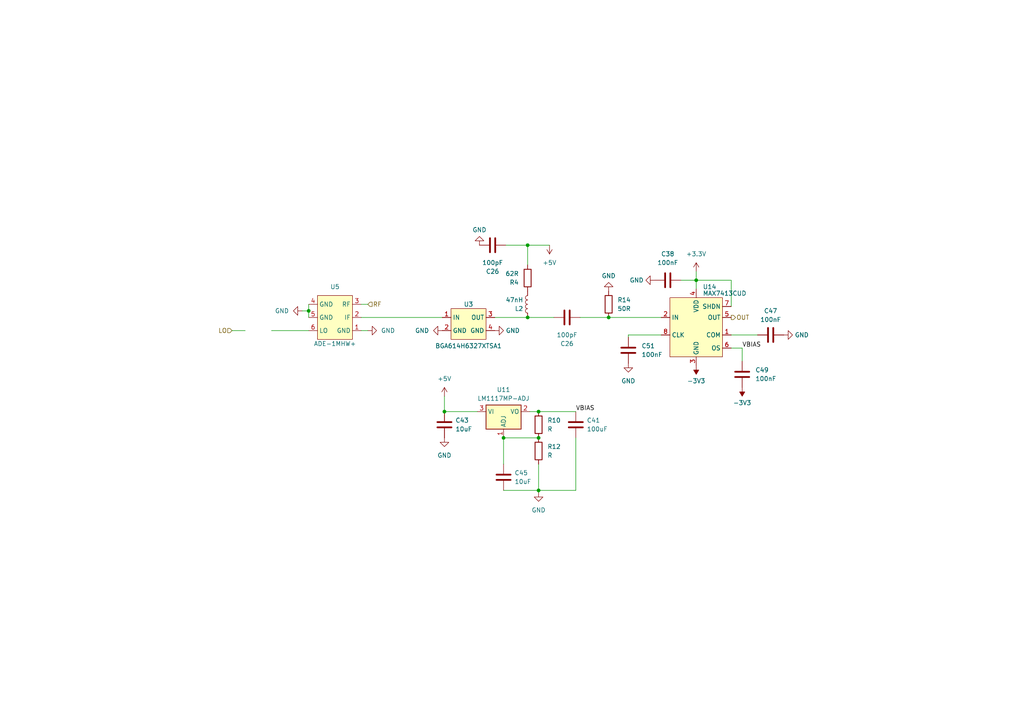
<source format=kicad_sch>
(kicad_sch (version 20230121) (generator eeschema)
  (paper "A4")
  (lib_symbols
    (symbol "ADE-1MHW+:ADE-1MHW+"
      (property "Reference" "U" (at 0 10.16 0))
      (property "Value" "ADE-1MHW+" (at 0 7.62 0))
      (symbol "ADE-1MHW+_1_1"
        (rectangle (start -5.08 6.35) (end 5.08 -6.35) (fill (type background)))
        (pin power_in line (at -7.62 3.81 0) (length 2.54) (name "GND") (number "1"))
        (pin input line (at -7.62 0 0) (length 2.54) (name "IF") (number "2"))
        (pin input line (at -7.62 -3.81 0) (length 2.54) (name "RF") (number "3"))
        (pin power_in line (at 7.62 -3.81 180) (length 2.54) (name "GND") (number "4"))
        (pin power_in line (at 7.62 0 180) (length 2.54) (name "GND") (number "5"))
        (pin input line (at 7.62 3.81 180) (length 2.54) (name "LO") (number "6"))
      )
    )
    (symbol "BGA614H6327XTSA1:BGA614H6327XTSA1"
      (property "Reference" "U" (at 0 7.62 0))
      (property "Value" "BGA614H6327XTSA1" (at 0 5.08 0))
      (symbol "BGA614H6327XTSA1_1_1"
        (rectangle (start -5.08 3.81) (end 5.08 -5.08) (fill (type background)))
        (pin input line (at -7.62 1.27 0) (length 2.54) (name "IN") (number "1"))
        (pin power_in line (at -7.62 -2.54 0) (length 2.54) (name "GND") (number "2"))
        (pin output line (at 7.62 1.27 180) (length 2.54) (name "OUT") (number "3"))
        (pin power_in line (at 7.62 -2.54 180) (length 2.54) (name "GND") (number "4"))
      )
    )
    (symbol "Device:C" (pin_numbers hide) (pin_names (offset 0.254))
      (property "Reference" "C" (at 0.635 2.54 0))
      (property "Value" "C" (at 0.635 -2.54 0))
      (symbol "C_0_1"
        (polyline (pts (xy -2.032 -0.762) (xy 2.032 -0.762)) (stroke (width 0.508)))
        (polyline (pts (xy -2.032 0.762) (xy 2.032 0.762)) (stroke (width 0.508)))
      )
      (symbol "C_1_1"
        (pin passive line (at 0 3.81 270) (length 2.794) (name "~") (number "1"))
        (pin passive line (at 0 -3.81 90) (length 2.794) (name "~") (number "2"))
      )
    )
    (symbol "Device:L" (pin_numbers hide) (pin_names (offset 1.016) hide)
      (property "Reference" "L" (at -1.27 0 90))
      (property "Value" "L" (at 1.905 0 90))
      (symbol "L_0_1"
        (arc (start 0 -2.54) (mid 0.6323 -1.905) (end 0 -1.27))
        (arc (start 0 -1.27) (mid 0.6323 -0.635) (end 0 0))
        (arc (start 0 0) (mid 0.6323 0.635) (end 0 1.27))
        (arc (start 0 1.27) (mid 0.6323 1.905) (end 0 2.54))
      )
      (symbol "L_1_1"
        (pin passive line (at 0 3.81 270) (length 1.27) (name "1") (number "1"))
        (pin passive line (at 0 -3.81 90) (length 1.27) (name "2") (number "2"))
      )
    )
    (symbol "Device:R" (pin_numbers hide) (pin_names (offset 0))
      (property "Reference" "R" (at 2.032 0 90))
      (property "Value" "R" (at 0 0 90))
      (symbol "R_0_1"
        (rectangle (start -1.016 -2.54) (end 1.016 2.54) (stroke (width 0.254)))
      )
      (symbol "R_1_1"
        (pin passive line (at 0 3.81 270) (length 1.27) (name "~") (number "1"))
        (pin passive line (at 0 -3.81 90) (length 1.27) (name "~") (number "2"))
      )
    )
    (symbol "MAX7413:MAX7413CUA+-ND"
      (property "Reference" "U" (at -7.62 11.43 0))
      (property "Value" "MAX7413CUD" (at -8.255 9.525 0))
      (symbol "MAX7413CUA+-ND_1_1"
        (rectangle (start -7.62 8.255) (end 7.62 -8.89) (fill (type background)))
        (pin passive line (at 10.16 -2.54 180) (length 2.54) (name "COM") (number "1"))
        (pin input line (at -10.16 2.54 0) (length 2.54) (name "IN") (number "2"))
        (pin power_in line (at 0 -11.43 90) (length 2.54) (name "GND") (number "3"))
        (pin power_in line (at 0 10.795 270) (length 2.54) (name "VDD") (number "4"))
        (pin output line (at 10.16 2.54 180) (length 2.54) (name "OUT") (number "5"))
        (pin passive line (at 10.16 -6.35 180) (length 2.54) (name "OS") (number "6"))
        (pin power_in line (at 10.16 5.715 180) (length 2.54) (name "SHDN") (number "7"))
        (pin input line (at -10.16 -2.54 0) (length 2.54) (name "CLK") (number "8"))
      )
    )
    (symbol "Regulator_Linear:LM1117MP-ADJ"
      (property "Reference" "U" (at -3.81 3.175 0))
      (property "Value" "LM1117MP-ADJ" (at 0 3.175 0))
      (symbol "LM1117MP-ADJ_0_1"
        (rectangle (start -5.08 -5.08) (end 5.08 1.905) (stroke (width 0.254)) (fill (type background)))
      )
      (symbol "LM1117MP-ADJ_1_1"
        (pin input line (at 0 -7.62 90) (length 2.54) (name "ADJ") (number "1"))
        (pin power_out line (at 7.62 0 180) (length 2.54) (name "VO") (number "2"))
        (pin power_in line (at -7.62 0 0) (length 2.54) (name "VI") (number "3"))
      )
    )
    (symbol "power:+3.3V" (power) (pin_names (offset 0))
      (property "Value" "+3.3V" (at 0 3.556 0))
      (symbol "+3.3V_0_1"
        (polyline (pts (xy -0.762 1.27) (xy 0 2.54)))
        (polyline (pts (xy 0 0) (xy 0 2.54)))
        (polyline (pts (xy 0 2.54) (xy 0.762 1.27)))
      )
      (symbol "+3.3V_1_1"
        (pin power_in line (at 0 0 90) (length 0) hide (name "+3.3V") (number "1"))
      )
    )
    (symbol "power:+5V" (power) (pin_names (offset 0))
      (property "Value" "+5V" (at 0 3.556 0))
      (symbol "+5V_0_1"
        (polyline (pts (xy -0.762 1.27) (xy 0 2.54)))
        (polyline (pts (xy 0 0) (xy 0 2.54)))
        (polyline (pts (xy 0 2.54) (xy 0.762 1.27)))
      )
      (symbol "+5V_1_1"
        (pin power_in line (at 0 0 90) (length 0) hide (name "+5V") (number "1"))
      )
    )
    (symbol "power:-3V3" (power) (pin_names (offset 0))
      (property "Value" "-3V3" (at 0 3.81 0))
      (symbol "-3V3_0_0"
        (pin power_in line (at 0 0 90) (length 0) hide (name "-3V3") (number "1"))
      )
      (symbol "-3V3_0_1"
        (polyline (pts (xy 0 0) (xy 0 1.27) (xy 0.762 1.27) (xy 0 2.54) (xy -0.762 1.27) (xy 0 1.27)) (fill (type outline)))
      )
    )
    (symbol "power:GND" (power) (pin_names (offset 0))
      (property "Value" "GND" (at 0 -3.81 0))
      (symbol "GND_0_1"
        (polyline (pts (xy 0 0) (xy 0 -1.27) (xy 1.27 -1.27) (xy 0 -2.54) (xy -1.27 -1.27) (xy 0 -1.27)))
      )
      (symbol "GND_1_1"
        (pin power_in line (at 0 0 270) (length 0) hide (name "GND") (number "1"))
      )
    )
  )
  (junction (at 156.21 119.38))
  (junction (at 153.035 71.12))
  (junction (at 89.535 90.17))
  (junction (at 128.905 119.38))
  (junction (at 156.21 127))
  (junction (at 146.05 127))
  (junction (at 156.21 142.24))
  (junction (at 201.93 81.28))
  (junction (at 176.53 92.075))
  (junction (at 153.035 92.075))
  (wire (pts (xy 153.035 71.12) (xy 146.685 71.12)))
  (wire (pts (xy 153.035 92.075) (xy 160.655 92.075)))
  (wire (pts (xy 104.775 95.885) (xy 106.68 95.885)))
  (wire (pts (xy 67.31 95.885) (xy 71.12 95.885)))
  (wire (pts (xy 212.09 97.155) (xy 219.71 97.155)))
  (wire (pts (xy 146.05 127) (xy 156.21 127)))
  (wire (pts (xy 146.05 127) (xy 146.05 134.62)))
  (wire (pts (xy 191.77 97.155) (xy 182.245 97.155)))
  (wire (pts (xy 153.67 119.38) (xy 156.21 119.38)))
  (wire (pts (xy 212.09 88.9) (xy 212.09 81.28)))
  (wire (pts (xy 128.905 119.38) (xy 138.43 119.38)))
  (wire (pts (xy 153.035 76.835) (xy 153.035 71.12)))
  (wire (pts (xy 201.93 78.74) (xy 201.93 81.28)))
  (wire (pts (xy 156.21 142.24) (xy 156.21 142.875)))
  (wire (pts (xy 212.09 81.28) (xy 201.93 81.28)))
  (wire (pts (xy 159.385 71.12) (xy 153.035 71.12)))
  (wire (pts (xy 78.74 95.885) (xy 89.535 95.885)))
  (wire (pts (xy 156.21 119.38) (xy 167.005 119.38)))
  (wire (pts (xy 182.245 97.155) (xy 182.245 97.79)))
  (wire (pts (xy 146.05 142.24) (xy 156.21 142.24)))
  (wire (pts (xy 156.21 134.62) (xy 156.21 142.24)))
  (wire (pts (xy 215.265 100.965) (xy 215.265 104.775)))
  (wire (pts (xy 212.09 100.965) (xy 215.265 100.965)))
  (wire (pts (xy 128.905 114.935) (xy 128.905 119.38)))
  (wire (pts (xy 89.535 90.17) (xy 89.535 92.075)))
  (wire (pts (xy 89.535 88.265) (xy 89.535 90.17)))
  (wire (pts (xy 201.93 81.28) (xy 201.93 83.82)))
  (wire (pts (xy 176.53 92.075) (xy 191.77 92.075)))
  (wire (pts (xy 104.775 88.265) (xy 106.68 88.265)))
  (wire (pts (xy 104.775 92.075) (xy 128.27 92.075)))
  (wire (pts (xy 167.005 142.24) (xy 156.21 142.24)))
  (wire (pts (xy 168.275 92.075) (xy 176.53 92.075)))
  (wire (pts (xy 87.63 90.17) (xy 89.535 90.17)))
  (wire (pts (xy 153.035 92.075) (xy 143.51 92.075)))
  (wire (pts (xy 167.005 127) (xy 167.005 142.24)))
  (wire (pts (xy 197.485 81.28) (xy 201.93 81.28)))
  (label "VBIAS" (at 167.005 119.38 0))
  (label "VBIAS" (at 215.265 100.965 0))
  (hierarchical_label "RF" (shape input) (at 106.68 88.265 0))
  (hierarchical_label "OUT" (shape output) (at 212.09 92.075 0))
  (hierarchical_label "LO" (shape input) (at 67.31 95.885 180))
  (symbol (lib_id "Device:C") (at 142.875 71.12 270) (unit 1)
    (property "Reference" "C26" (at 142.875 78.74 90))
    (property "Value" "100pF" (at 142.875 76.2 90))
    (instances (project "analog_frontend" (path "" (reference "C26") (unit 1)) (path "" (reference "C30") (unit 1)) (path "" (reference "C40") (unit 1))))
  )
  (symbol (lib_id "MAX7413:MAX7413CUA+-ND") (at 201.93 94.615 0) (unit 1)
    (property "Reference" "U14" (at 203.835 83.185 0) (effects (justify left)))
    (property "Value" "MAX7413CUD" (at 203.835 85.09 0) (effects (justify left)))
    (instances (project "analog_frontend" (path "" (reference "U14") (unit 1)) (path "" (reference "U15") (unit 1))))
  )
  (symbol (lib_id "Device:C") (at 128.905 123.19 0) (unit 1)
    (property "Reference" "C43" (at 132.08 121.92 0) (effects (justify left)))
    (property "Value" "10uF" (at 132.08 124.46 0) (effects (justify left)))
    (instances (project "analog_frontend" (path "" (reference "C43") (unit 1)) (path "" (reference "C42") (unit 1))))
  )
  (symbol (lib_id "power:+5V") (at 128.905 114.935 0) (unit 1)
    (property "Reference" "#PWR028" (effects hide))
    (property "Value" "+5V" (at 128.905 109.855 0))
    (instances (project "analog_frontend" (path "" (reference "#PWR028") (unit 1)) (path "" (reference "#PWR041") (unit 1)) (path "" (reference "#PWR071") (unit 1)) (path "" (reference "#PWR072") (unit 1))))
  )
  (symbol (lib_id "power:+5V") (at 159.385 71.12 180) (unit 1)
    (property "Reference" "#PWR028" (effects hide))
    (property "Value" "+5V" (at 159.385 76.2 0))
    (instances (project "analog_frontend" (path "" (reference "#PWR028") (unit 1)) (path "" (reference "#PWR041") (unit 1)) (path "" (reference "#PWR045") (unit 1)) (path "" (reference "#PWR055") (unit 1))))
  )
  (symbol (lib_id "power:GND") (at 227.33 97.155 90) (unit 1)
    (property "Reference" "#PWR05" (effects hide))
    (property "Value" "GND" (at 230.505 97.155 90) (effects (justify right)))
    (instances (project "analog_frontend" (path "" (reference "#PWR05") (unit 1)) (path "" (reference "#PWR048") (unit 1)) (path "" (reference "#PWR056") (unit 1)) (path "" (reference "#PWR048") (unit 1))))
  )
  (symbol (lib_id "power:GND") (at 139.065 71.12 180) (unit 1)
    (property "Reference" "#PWR011" (effects hide))
    (property "Value" "GND" (at 139.065 66.675 0))
    (instances (project "analog_frontend" (path "" (reference "#PWR011") (unit 1)) (path "" (reference "#PWR043") (unit 1)) (path "" (reference "#PWR050") (unit 1)) (path "" (reference "#PWR065") (unit 1))))
  )
  (symbol (lib_id "Device:C") (at 182.245 101.6 180) (unit 1)
    (property "Reference" "C51" (at 186.055 100.33 0) (effects (justify right)))
    (property "Value" "100nF" (at 186.055 102.87 0) (effects (justify right)))
    (instances (project "analog_frontend" (path "" (reference "C51") (unit 1)) (path "" (reference "C50") (unit 1))))
  )
  (symbol (lib_id "Device:R") (at 156.21 130.81 0) (unit 1)
    (property "Reference" "R12" (at 158.75 129.54 0) (effects (justify left)))
    (property "Value" "R" (at 158.75 132.08 0) (effects (justify left)))
    (instances (project "analog_frontend" (path "" (reference "R12") (unit 1)) (path "" (reference "R11") (unit 1))))
  )
  (symbol (lib_id "Device:R") (at 156.21 123.19 0) (unit 1)
    (property "Reference" "R10" (at 158.75 121.92 0) (effects (justify left)))
    (property "Value" "R" (at 158.75 124.46 0) (effects (justify left)))
    (instances (project "analog_frontend" (path "" (reference "R10") (unit 1)) (path "" (reference "R9") (unit 1))))
  )
  (symbol (lib_id "Device:C") (at 167.005 123.19 0) (unit 1)
    (property "Reference" "C41" (at 170.18 121.92 0) (effects (justify left)))
    (property "Value" "100uF" (at 170.18 124.46 0) (effects (justify left)))
    (instances (project "analog_frontend" (path "" (reference "C41") (unit 1)) (path "" (reference "C35") (unit 1))))
  )
  (symbol (lib_id "Device:R") (at 153.035 80.645 180) (unit 1)
    (property "Reference" "R4" (at 150.495 81.915 0) (effects (justify left)))
    (property "Value" "62R" (at 150.495 79.375 0) (effects (justify left)))
    (instances (project "analog_frontend" (path "" (reference "R4") (unit 1)) (path "" (reference "R7") (unit 1)) (path "" (reference "R8") (unit 1))))
  )
  (symbol (lib_id "Device:C") (at 223.52 97.155 90) (unit 1)
    (property "Reference" "C47" (at 223.52 90.17 90))
    (property "Value" "100nF" (at 223.52 92.71 90))
    (instances (project "analog_frontend" (path "" (reference "C47") (unit 1)) (path "" (reference "C46") (unit 1))))
  )
  (symbol (lib_id "power:GND") (at 106.68 95.885 90) (unit 1)
    (property "Reference" "#PWR08" (effects hide))
    (property "Value" "GND" (at 110.49 95.885 90) (effects (justify right)))
    (instances (project "analog_frontend" (path "" (reference "#PWR08") (unit 1)) (path "" (reference "#PWR06") (unit 1)) (path "" (reference "#PWR06") (unit 1)) (path "" (reference "#PWR053") (unit 1))))
  )
  (symbol (lib_id "Device:C") (at 146.05 138.43 0) (unit 1)
    (property "Reference" "C45" (at 149.225 137.16 0) (effects (justify left)))
    (property "Value" "10uF" (at 149.225 139.7 0) (effects (justify left)))
    (instances (project "analog_frontend" (path "" (reference "C45") (unit 1)) (path "" (reference "C44") (unit 1))))
  )
  (symbol (lib_id "Regulator_Linear:LM1117MP-ADJ") (at 146.05 119.38 0) (unit 1)
    (property "Reference" "U11" (at 146.05 113.03 0))
    (property "Value" "LM1117MP-ADJ" (at 146.05 115.57 0))
    (property "Footprint" "Package_TO_SOT_SMD:SOT-223-3_TabPin2" (effects hide))
    (property "Datasheet" "http://www.ti.com/lit/ds/symlink/lm1117.pdf" (effects hide))
    (instances (project "analog_frontend" (path "" (reference "U11") (unit 1)) (path "" (reference "U10") (unit 1))))
  )
  (symbol (lib_id "Device:R") (at 176.53 88.265 0) (unit 1)
    (property "Reference" "R14" (at 179.07 86.995 0) (effects (justify left)))
    (property "Value" "50R" (at 179.07 89.535 0) (effects (justify left)))
    (instances (project "analog_frontend" (path "" (reference "R14") (unit 1)) (path "" (reference "R13") (unit 1))))
  )
  (symbol (lib_id "power:GND") (at 182.245 105.41 0) (unit 1)
    (property "Reference" "#PWR05" (effects hide))
    (property "Value" "GND" (at 182.245 110.49 0))
    (instances (project "analog_frontend" (path "" (reference "#PWR05") (unit 1)) (path "" (reference "#PWR048") (unit 1)) (path "" (reference "#PWR080") (unit 1)) (path "" (reference "#PWR079") (unit 1))))
  )
  (symbol (lib_id "Device:C") (at 193.675 81.28 90) (unit 1)
    (property "Reference" "C38" (at 193.675 73.66 90))
    (property "Value" "100nF" (at 193.675 76.2 90))
    (instances (project "analog_frontend" (path "" (reference "C38") (unit 1)) (path "" (reference "C39") (unit 1))))
  )
  (symbol (lib_id "power:GND") (at 128.905 127 0) (unit 1)
    (property "Reference" "#PWR06" (effects hide))
    (property "Value" "GND" (at 128.905 132.08 0))
    (instances (project "analog_frontend" (path "" (reference "#PWR06") (unit 1)) (path "" (reference "#PWR042") (unit 1)) (path "" (reference "#PWR073") (unit 1)) (path "" (reference "#PWR074") (unit 1))))
  )
  (symbol (lib_id "power:-3V3") (at 201.93 106.045 180) (unit 1)
    (property "Reference" "#PWR068" (effects hide))
    (property "Value" "-3V3" (at 201.93 110.49 0))
    (instances (project "analog_frontend" (path "" (reference "#PWR068") (unit 1)) (path "" (reference "#PWR067") (unit 1))))
  )
  (symbol (lib_id "power:GND") (at 176.53 84.455 180) (unit 1)
    (property "Reference" "#PWR05" (effects hide))
    (property "Value" "GND" (at 176.53 80.01 0))
    (instances (project "analog_frontend" (path "" (reference "#PWR05") (unit 1)) (path "" (reference "#PWR048") (unit 1)) (path "" (reference "#PWR078") (unit 1)) (path "" (reference "#PWR077") (unit 1))))
  )
  (symbol (lib_id "BGA614H6327XTSA1:BGA614H6327XTSA1") (at 135.89 93.345 0) (unit 1)
    (property "Reference" "U3" (at 135.89 88.265 0))
    (property "Value" "BGA614H6327XTSA1" (at 135.89 100.33 0))
    (instances (project "analog_frontend" (path "" (reference "U3") (unit 1)) (path "" (reference "U5") (unit 1)) (path "" (reference "U8") (unit 1)) (path "" (reference "U9") (unit 1))))
  )
  (symbol (lib_id "Device:C") (at 215.265 108.585 180) (unit 1)
    (property "Reference" "C49" (at 219.075 107.315 0) (effects (justify right)))
    (property "Value" "100nF" (at 219.075 109.855 0) (effects (justify right)))
    (instances (project "analog_frontend" (path "" (reference "C49") (unit 1)) (path "" (reference "C48") (unit 1))))
  )
  (symbol (lib_id "power:+3.3V") (at 201.93 78.74 0) (unit 1)
    (property "Reference" "#PWR070" (effects hide))
    (property "Value" "+3.3V" (at 201.93 73.66 0))
    (instances (project "analog_frontend" (path "" (reference "#PWR070") (unit 1)) (path "" (reference "#PWR069") (unit 1))))
  )
  (symbol (lib_id "power:GND") (at 189.865 81.28 270) (unit 1)
    (property "Reference" "#PWR05" (effects hide))
    (property "Value" "GND" (at 186.69 81.28 90) (effects (justify right)))
    (instances (project "analog_frontend" (path "" (reference "#PWR05") (unit 1)) (path "" (reference "#PWR048") (unit 1)) (path "" (reference "#PWR059") (unit 1)) (path "" (reference "#PWR052") (unit 1))))
  )
  (symbol (lib_id "power:GND") (at 128.27 95.885 270) (unit 1)
    (property "Reference" "#PWR06" (effects hide))
    (property "Value" "GND" (at 124.46 95.885 90) (effects (justify right)))
    (instances (project "analog_frontend" (path "" (reference "#PWR06") (unit 1)) (path "" (reference "#PWR010") (unit 1)) (path "" (reference "#PWR054") (unit 1)) (path "" (reference "#PWR066") (unit 1))))
  )
  (symbol (lib_id "power:GND") (at 143.51 95.885 90) (unit 1)
    (property "Reference" "#PWR06" (effects hide))
    (property "Value" "GND" (at 146.685 95.885 90) (effects (justify right)))
    (instances (project "analog_frontend" (path "" (reference "#PWR06") (unit 1)) (path "" (reference "#PWR042") (unit 1)) (path "" (reference "#PWR046") (unit 1)) (path "" (reference "#PWR057") (unit 1))))
  )
  (symbol (lib_id "Device:C") (at 164.465 92.075 270) (unit 1)
    (property "Reference" "C26" (at 164.465 99.695 90))
    (property "Value" "100pF" (at 164.465 97.155 90))
    (instances (project "analog_frontend" (path "" (reference "C26") (unit 1)) (path "" (reference "C29") (unit 1)) (path "" (reference "C34") (unit 1))))
  )
  (symbol (lib_id "power:GND") (at 156.21 142.875 0) (unit 1)
    (property "Reference" "#PWR06" (effects hide))
    (property "Value" "GND" (at 156.21 147.955 0))
    (instances (project "analog_frontend" (path "" (reference "#PWR06") (unit 1)) (path "" (reference "#PWR010") (unit 1)) (path "" (reference "#PWR051") (unit 1)) (path "" (reference "#PWR058") (unit 1))))
  )
  (symbol (lib_id "power:-3V3") (at 215.265 112.395 180) (unit 1)
    (property "Reference" "#PWR076" (effects hide))
    (property "Value" "-3V3" (at 215.265 116.84 0))
    (instances (project "analog_frontend" (path "" (reference "#PWR076") (unit 1)) (path "" (reference "#PWR075") (unit 1))))
  )
  (symbol (lib_id "Device:L") (at 153.035 88.265 180) (unit 1)
    (property "Reference" "L2" (at 151.765 89.535 0) (effects (justify left)))
    (property "Value" "47nH" (at 151.765 86.995 0) (effects (justify left)))
    (instances (project "analog_frontend" (path "" (reference "L2") (unit 1)) (path "" (reference "L3") (unit 1)) (path "" (reference "L4") (unit 1))))
  )
  (symbol (lib_id "power:GND") (at 87.63 90.17 270) (unit 1)
    (property "Reference" "#PWR07" (effects hide))
    (property "Value" "GND" (at 83.82 90.17 90) (effects (justify right)))
    (instances (project "analog_frontend" (path "" (reference "#PWR07") (unit 1)) (path "" (reference "#PWR04") (unit 1)) (path "" (reference "#PWR04") (unit 1)) (path "" (reference "#PWR047") (unit 1))))
  )
  (symbol (lib_id "ADE-1MHW+:ADE-1MHW+") (at 97.155 92.075 180) (unit 1)
    (property "Reference" "U5" (at 97.155 83.185 0))
    (property "Value" "ADE-1MHW+" (at 97.155 99.695 0))
    (instances (project "analog_frontend" (path "" (reference "U5") (unit 1)) (path "" (reference "U2") (unit 1)) (path "" (reference "U2") (unit 1)) (path "" (reference "U6") (unit 1))))
  )
)
</source>
